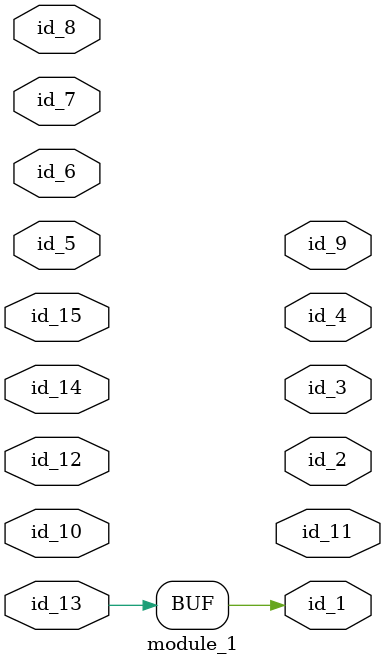
<source format=v>
module module_0;
  wire id_1, id_2;
  wire id_3;
  wire id_4;
endmodule
module module_1 (
    id_1,
    id_2,
    id_3,
    id_4,
    id_5,
    id_6,
    id_7,
    id_8,
    id_9,
    id_10,
    id_11,
    id_12,
    id_13,
    id_14,
    id_15
);
  inout wire id_15;
  module_0 modCall_1 ();
  input wire id_14;
  input wire id_13;
  inout wire id_12;
  output wire id_11;
  inout wire id_10;
  output wire id_9;
  input wire id_8;
  inout wire id_7;
  inout wire id_6;
  inout wire id_5;
  output wire id_4;
  output wire id_3;
  output wire id_2;
  output reg id_1;
  initial begin : LABEL_0
    id_1 <= id_13;
  end
endmodule

</source>
